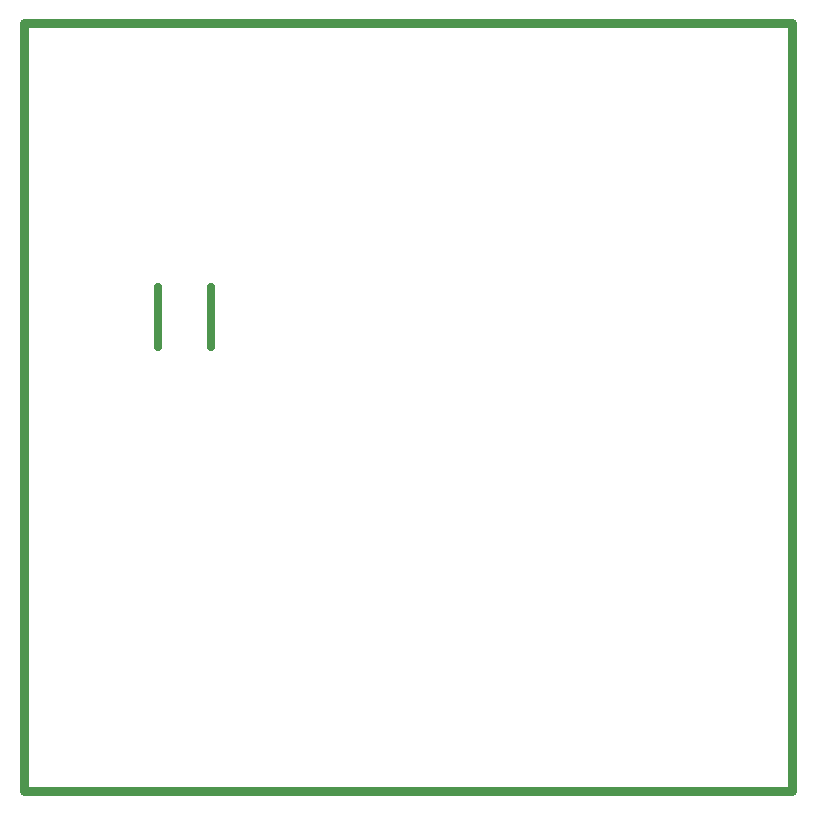
<source format=gbr>
%TF.GenerationSoftware,KiCad,Pcbnew,8.0.4*%
%TF.CreationDate,2024-10-29T22:25:36-05:00*%
%TF.ProjectId,flight-computer-lite,666c6967-6874-42d6-936f-6d7075746572,rev?*%
%TF.SameCoordinates,PX1312d00PY1312d00*%
%TF.FileFunction,Profile,NP*%
%FSLAX46Y46*%
G04 Gerber Fmt 4.6, Leading zero omitted, Abs format (unit mm)*
G04 Created by KiCad (PCBNEW 8.0.4) date 2024-10-29 22:25:36*
%MOMM*%
%LPD*%
G01*
G04 APERTURE LIST*
%TA.AperFunction,Profile*%
%ADD10C,0.635000*%
%TD*%
%TA.AperFunction,Profile*%
%ADD11C,0.762000*%
%TD*%
G04 APERTURE END LIST*
D10*
X15810000Y-22310000D02*
X15810000Y-27390000D01*
X11360000Y-22310000D02*
X11360000Y-27390000D01*
D11*
X0Y0D02*
X65000000Y0D01*
X65000000Y-65000000D01*
X0Y-65000000D01*
X0Y0D01*
M02*

</source>
